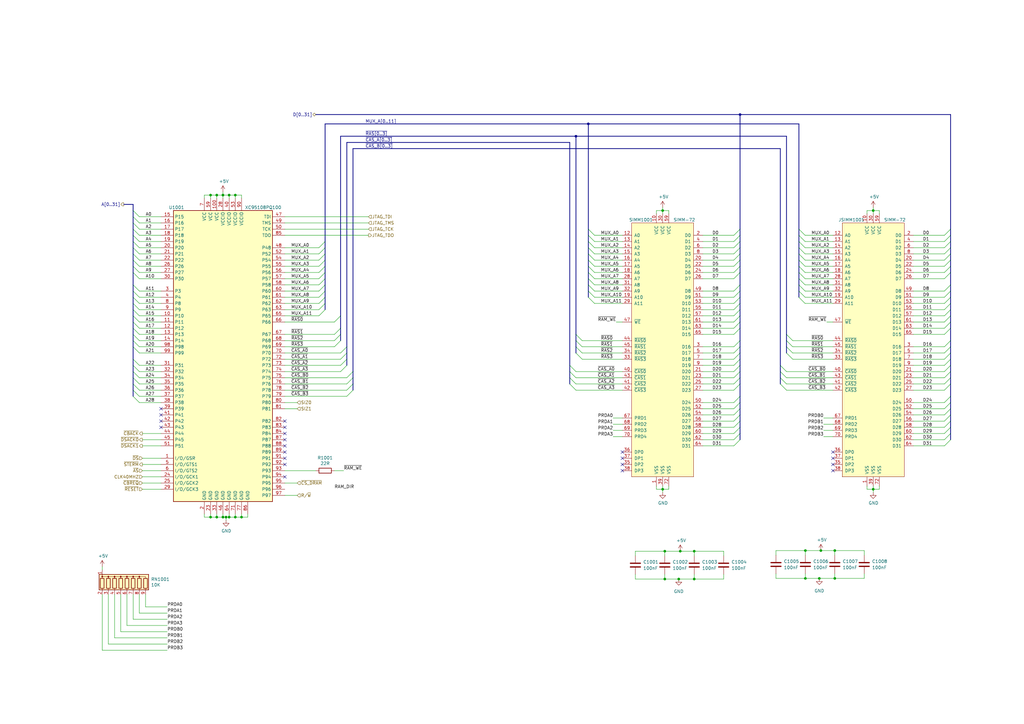
<source format=kicad_sch>
(kicad_sch (version 20211123) (generator eeschema)
  (paper "A3")
  (title_block (title "Y Ddraig Fawr") (company "Stephen Moody"))
  (junction (at 88.9 80.01))
  (junction (at 342.392 237.236))
  (junction (at 271.78 200.66))
  (junction (at 284.734 226.06))
  (junction (at 96.52 212.09))
  (junction (at 88.9 212.09))
  (junction (at 93.98 212.09))
  (junction (at 91.44 80.01))
  (junction (at 303.53 46.99))
  (junction (at 279.019 226.06))
  (junction (at 96.52 80.01))
  (junction (at 284.734 237.49))
  (junction (at 241.3 50.8))
  (junction (at 358.14 200.66))
  (junction (at 86.36 80.01))
  (junction (at 342.392 225.806))
  (junction (at 86.36 212.09))
  (junction (at 358.14 86.36))
  (junction (at 330.327 225.806))
  (junction (at 336.677 225.806))
  (junction (at 278.384 237.49))
  (junction (at 99.06 212.09))
  (junction (at 330.327 237.236))
  (junction (at 272.669 226.06))
  (junction (at 93.98 80.01))
  (junction (at 272.669 237.49))
  (junction (at 271.78 86.36))
  (junction (at 92.71 212.09))
  (junction (at 336.042 237.236))
  (junction (at 91.44 212.09))
  (junction (at 236.22 55.88))
  (no_connect (at 341.63 190.5))
  (no_connect (at 341.63 185.42))
  (no_connect (at 341.63 187.96))
  (no_connect (at 255.27 190.5))
  (no_connect (at 116.84 195.58))
  (no_connect (at 116.84 180.34))
  (no_connect (at 116.84 177.8))
  (no_connect (at 116.84 175.26))
  (no_connect (at 116.84 172.72))
  (no_connect (at 116.84 190.5))
  (no_connect (at 116.84 187.96))
  (no_connect (at 116.84 185.42))
  (no_connect (at 116.84 182.88))
  (no_connect (at 255.27 193.04))
  (no_connect (at 341.63 193.04))
  (no_connect (at 255.27 185.42))
  (no_connect (at 255.27 187.96))
  (no_connect (at 66.04 175.26))
  (no_connect (at 66.04 172.72))
  (no_connect (at 66.04 167.64))
  (no_connect (at 66.04 170.18))
  (bus_entry (at 133.35 119.38) (size -2.54 2.54))
  (bus_entry (at 303.53 177.8) (size -2.54 2.54))
  (bus_entry (at 133.35 124.46) (size -2.54 2.54))
  (bus_entry (at 133.35 114.3) (size -2.54 2.54))
  (bus_entry (at 133.35 127) (size -2.54 2.54))
  (bus_entry (at 144.78 154.94) (size -2.54 2.54))
  (bus_entry (at 327.66 99.06) (size 2.54 2.54))
  (bus_entry (at 320.04 154.94) (size 2.54 2.54))
  (bus_entry (at 389.89 157.48) (size -2.54 2.54))
  (bus_entry (at 320.04 149.86) (size 2.54 2.54))
  (bus_entry (at 303.53 175.26) (size -2.54 2.54))
  (bus_entry (at 236.22 137.16) (size 2.54 2.54))
  (bus_entry (at 54.61 139.7) (size 2.54 2.54))
  (bus_entry (at 54.61 154.94) (size 2.54 2.54))
  (bus_entry (at 327.66 119.38) (size 2.54 2.54))
  (bus_entry (at 241.3 99.06) (size 2.54 2.54))
  (bus_entry (at 389.89 101.6) (size -2.54 2.54))
  (bus_entry (at 303.53 142.24) (size -2.54 2.54))
  (bus_entry (at 241.3 101.6) (size 2.54 2.54))
  (bus_entry (at 389.89 154.94) (size -2.54 2.54))
  (bus_entry (at 389.89 149.86) (size -2.54 2.54))
  (bus_entry (at 144.78 152.4) (size -2.54 2.54))
  (bus_entry (at 303.53 127) (size -2.54 2.54))
  (bus_entry (at 54.61 147.32) (size 2.54 2.54))
  (bus_entry (at 389.89 132.08) (size -2.54 2.54))
  (bus_entry (at 54.61 91.44) (size 2.54 2.54))
  (bus_entry (at 303.53 99.06) (size -2.54 2.54))
  (bus_entry (at 303.53 109.22) (size -2.54 2.54))
  (bus_entry (at 139.7 134.62) (size -2.54 2.54))
  (bus_entry (at 389.89 111.76) (size -2.54 2.54))
  (bus_entry (at 389.89 96.52) (size -2.54 2.54))
  (bus_entry (at 303.53 96.52) (size -2.54 2.54))
  (bus_entry (at 389.89 142.24) (size -2.54 2.54))
  (bus_entry (at 54.61 99.06) (size 2.54 2.54))
  (bus_entry (at 327.66 109.22) (size 2.54 2.54))
  (bus_entry (at 303.53 172.72) (size -2.54 2.54))
  (bus_entry (at 303.53 162.56) (size -2.54 2.54))
  (bus_entry (at 54.61 152.4) (size 2.54 2.54))
  (bus_entry (at 322.58 142.24) (size 2.54 2.54))
  (bus_entry (at 389.89 129.54) (size -2.54 2.54))
  (bus_entry (at 54.61 86.36) (size 2.54 2.54))
  (bus_entry (at 303.53 111.76) (size -2.54 2.54))
  (bus_entry (at 389.89 162.56) (size -2.54 2.54))
  (bus_entry (at 327.66 111.76) (size 2.54 2.54))
  (bus_entry (at 54.61 124.46) (size 2.54 2.54))
  (bus_entry (at 54.61 121.92) (size 2.54 2.54))
  (bus_entry (at 142.24 144.78) (size -2.54 2.54))
  (bus_entry (at 389.89 139.7) (size -2.54 2.54))
  (bus_entry (at 139.7 139.7) (size -2.54 2.54))
  (bus_entry (at 54.61 106.68) (size 2.54 2.54))
  (bus_entry (at 241.3 111.76) (size 2.54 2.54))
  (bus_entry (at 303.53 134.62) (size -2.54 2.54))
  (bus_entry (at 389.89 116.84) (size -2.54 2.54))
  (bus_entry (at 54.61 104.14) (size 2.54 2.54))
  (bus_entry (at 54.61 109.22) (size 2.54 2.54))
  (bus_entry (at 389.89 180.34) (size -2.54 2.54))
  (bus_entry (at 144.78 157.48) (size -2.54 2.54))
  (bus_entry (at 389.89 93.98) (size -2.54 2.54))
  (bus_entry (at 327.66 93.98) (size 2.54 2.54))
  (bus_entry (at 54.61 160.02) (size 2.54 2.54))
  (bus_entry (at 389.89 167.64) (size -2.54 2.54))
  (bus_entry (at 241.3 121.92) (size 2.54 2.54))
  (bus_entry (at 54.61 137.16) (size 2.54 2.54))
  (bus_entry (at 54.61 157.48) (size 2.54 2.54))
  (bus_entry (at 241.3 119.38) (size 2.54 2.54))
  (bus_entry (at 142.24 142.24) (size -2.54 2.54))
  (bus_entry (at 54.61 93.98) (size 2.54 2.54))
  (bus_entry (at 327.66 114.3) (size 2.54 2.54))
  (bus_entry (at 144.78 160.02) (size -2.54 2.54))
  (bus_entry (at 236.22 142.24) (size 2.54 2.54))
  (bus_entry (at 303.53 132.08) (size -2.54 2.54))
  (bus_entry (at 303.53 152.4) (size -2.54 2.54))
  (bus_entry (at 241.3 104.14) (size 2.54 2.54))
  (bus_entry (at 303.53 180.34) (size -2.54 2.54))
  (bus_entry (at 133.35 121.92) (size -2.54 2.54))
  (bus_entry (at 133.35 106.68) (size -2.54 2.54))
  (bus_entry (at 54.61 149.86) (size 2.54 2.54))
  (bus_entry (at 54.61 101.6) (size 2.54 2.54))
  (bus_entry (at 389.89 124.46) (size -2.54 2.54))
  (bus_entry (at 133.35 104.14) (size -2.54 2.54))
  (bus_entry (at 389.89 152.4) (size -2.54 2.54))
  (bus_entry (at 54.61 111.76) (size 2.54 2.54))
  (bus_entry (at 303.53 106.68) (size -2.54 2.54))
  (bus_entry (at 139.7 129.54) (size -2.54 2.54))
  (bus_entry (at 303.53 93.98) (size -2.54 2.54))
  (bus_entry (at 389.89 119.38) (size -2.54 2.54))
  (bus_entry (at 327.66 106.68) (size 2.54 2.54))
  (bus_entry (at 241.3 96.52) (size 2.54 2.54))
  (bus_entry (at 133.35 109.22) (size -2.54 2.54))
  (bus_entry (at 303.53 170.18) (size -2.54 2.54))
  (bus_entry (at 139.7 137.16) (size -2.54 2.54))
  (bus_entry (at 389.89 121.92) (size -2.54 2.54))
  (bus_entry (at 236.22 139.7) (size 2.54 2.54))
  (bus_entry (at 241.3 114.3) (size 2.54 2.54))
  (bus_entry (at 389.89 106.68) (size -2.54 2.54))
  (bus_entry (at 54.61 129.54) (size 2.54 2.54))
  (bus_entry (at 233.68 152.4) (size 2.54 2.54))
  (bus_entry (at 233.68 157.48) (size 2.54 2.54))
  (bus_entry (at 389.89 99.06) (size -2.54 2.54))
  (bus_entry (at 389.89 134.62) (size -2.54 2.54))
  (bus_entry (at 233.68 154.94) (size 2.54 2.54))
  (bus_entry (at 389.89 147.32) (size -2.54 2.54))
  (bus_entry (at 54.61 88.9) (size 2.54 2.54))
  (bus_entry (at 303.53 121.92) (size -2.54 2.54))
  (bus_entry (at 303.53 101.6) (size -2.54 2.54))
  (bus_entry (at 54.61 119.38) (size 2.54 2.54))
  (bus_entry (at 236.22 144.78) (size 2.54 2.54))
  (bus_entry (at 54.61 96.52) (size 2.54 2.54))
  (bus_entry (at 303.53 119.38) (size -2.54 2.54))
  (bus_entry (at 54.61 162.56) (size 2.54 2.54))
  (bus_entry (at 241.3 109.22) (size 2.54 2.54))
  (bus_entry (at 54.61 132.08) (size 2.54 2.54))
  (bus_entry (at 389.89 170.18) (size -2.54 2.54))
  (bus_entry (at 389.89 104.14) (size -2.54 2.54))
  (bus_entry (at 389.89 177.8) (size -2.54 2.54))
  (bus_entry (at 142.24 147.32) (size -2.54 2.54))
  (bus_entry (at 303.53 154.94) (size -2.54 2.54))
  (bus_entry (at 327.66 96.52) (size 2.54 2.54))
  (bus_entry (at 303.53 104.14) (size -2.54 2.54))
  (bus_entry (at 389.89 175.26) (size -2.54 2.54))
  (bus_entry (at 303.53 147.32) (size -2.54 2.54))
  (bus_entry (at 320.04 157.48) (size 2.54 2.54))
  (bus_entry (at 320.04 152.4) (size 2.54 2.54))
  (bus_entry (at 133.35 101.6) (size -2.54 2.54))
  (bus_entry (at 303.53 149.86) (size -2.54 2.54))
  (bus_entry (at 241.3 106.68) (size 2.54 2.54))
  (bus_entry (at 389.89 165.1) (size -2.54 2.54))
  (bus_entry (at 389.89 109.22) (size -2.54 2.54))
  (bus_entry (at 389.89 172.72) (size -2.54 2.54))
  (bus_entry (at 241.3 116.84) (size 2.54 2.54))
  (bus_entry (at 54.61 127) (size 2.54 2.54))
  (bus_entry (at 233.68 149.86) (size 2.54 2.54))
  (bus_entry (at 133.35 111.76) (size -2.54 2.54))
  (bus_entry (at 322.58 137.16) (size 2.54 2.54))
  (bus_entry (at 303.53 167.64) (size -2.54 2.54))
  (bus_entry (at 389.89 144.78) (size -2.54 2.54))
  (bus_entry (at 142.24 149.86) (size -2.54 2.54))
  (bus_entry (at 389.89 127) (size -2.54 2.54))
  (bus_entry (at 327.66 104.14) (size 2.54 2.54))
  (bus_entry (at 327.66 121.92) (size 2.54 2.54))
  (bus_entry (at 303.53 139.7) (size -2.54 2.54))
  (bus_entry (at 133.35 116.84) (size -2.54 2.54))
  (bus_entry (at 303.53 124.46) (size -2.54 2.54))
  (bus_entry (at 54.61 134.62) (size 2.54 2.54))
  (bus_entry (at 322.58 144.78) (size 2.54 2.54))
  (bus_entry (at 303.53 144.78) (size -2.54 2.54))
  (bus_entry (at 303.53 129.54) (size -2.54 2.54))
  (bus_entry (at 133.35 99.06) (size -2.54 2.54))
  (bus_entry (at 322.58 139.7) (size 2.54 2.54))
  (bus_entry (at 303.53 165.1) (size -2.54 2.54))
  (bus_entry (at 54.61 142.24) (size 2.54 2.54))
  (bus_entry (at 303.53 116.84) (size -2.54 2.54))
  (bus_entry (at 241.3 93.98) (size 2.54 2.54))
  (bus_entry (at 327.66 101.6) (size 2.54 2.54))
  (bus_entry (at 54.61 116.84) (size 2.54 2.54))
  (bus_entry (at 303.53 157.48) (size -2.54 2.54))
  (bus_entry (at 327.66 116.84) (size 2.54 2.54))
  (wire (pts (xy 238.76 147.32) (xy 255.27 147.32)))
  (wire (pts (xy 58.42 195.58) (xy 66.04 195.58)))
  (wire (pts (xy 296.799 226.06) (xy 296.799 227.965)))
  (bus (pts (xy 303.53 46.99) (xy 303.53 93.98)))
  (wire (pts (xy 322.58 160.02) (xy 341.63 160.02)))
  (wire (pts (xy 330.2 101.6) (xy 341.63 101.6)))
  (bus (pts (xy 320.04 149.86) (xy 320.04 152.4)))
  (wire (pts (xy 93.98 210.82) (xy 93.98 212.09)))
  (wire (pts (xy 342.392 237.236) (xy 354.457 237.236)))
  (bus (pts (xy 303.53 129.54) (xy 303.53 132.08)))
  (bus (pts (xy 129.54 46.99) (xy 303.53 46.99)))
  (bus (pts (xy 54.61 132.08) (xy 54.61 134.62)))
  (bus (pts (xy 54.61 139.7) (xy 54.61 142.24)))
  (wire (pts (xy 93.98 80.01) (xy 96.52 80.01)))
  (bus (pts (xy 389.89 96.52) (xy 389.89 99.06)))
  (wire (pts (xy 271.78 86.36) (xy 271.78 85.09)))
  (wire (pts (xy 116.84 157.48) (xy 142.24 157.48)))
  (wire (pts (xy 374.65 137.16) (xy 387.35 137.16)))
  (wire (pts (xy 116.84 132.08) (xy 137.16 132.08)))
  (wire (pts (xy 374.65 160.02) (xy 387.35 160.02)))
  (bus (pts (xy 241.3 106.68) (xy 241.3 109.22)))
  (wire (pts (xy 58.42 180.34) (xy 66.04 180.34)))
  (wire (pts (xy 288.29 127) (xy 300.99 127)))
  (bus (pts (xy 142.24 142.24) (xy 142.24 144.78)))
  (wire (pts (xy 58.42 190.5) (xy 66.04 190.5)))
  (wire (pts (xy 279.019 226.06) (xy 284.734 226.06)))
  (bus (pts (xy 303.53 144.78) (xy 303.53 147.32)))
  (wire (pts (xy 288.29 106.68) (xy 300.99 106.68)))
  (bus (pts (xy 144.78 60.96) (xy 320.04 60.96)))
  (wire (pts (xy 151.13 88.9) (xy 116.84 88.9)))
  (wire (pts (xy 116.84 114.3) (xy 130.81 114.3)))
  (wire (pts (xy 374.65 111.76) (xy 387.35 111.76)))
  (wire (pts (xy 116.84 162.56) (xy 142.24 162.56)))
  (wire (pts (xy 96.52 212.09) (xy 99.06 212.09)))
  (wire (pts (xy 52.07 256.54) (xy 52.07 243.84)))
  (bus (pts (xy 389.89 111.76) (xy 389.89 116.84)))
  (wire (pts (xy 251.46 171.45) (xy 255.27 171.45)))
  (wire (pts (xy 83.82 81.28) (xy 83.82 80.01)))
  (wire (pts (xy 330.327 225.806) (xy 336.677 225.806)))
  (wire (pts (xy 151.13 96.52) (xy 116.84 96.52)))
  (wire (pts (xy 251.46 179.07) (xy 255.27 179.07)))
  (bus (pts (xy 389.89 116.84) (xy 389.89 119.38)))
  (wire (pts (xy 44.45 264.16) (xy 68.58 264.16)))
  (wire (pts (xy 91.44 81.28) (xy 91.44 80.01)))
  (wire (pts (xy 288.29 175.26) (xy 300.99 175.26)))
  (wire (pts (xy 57.15 144.78) (xy 66.04 144.78)))
  (bus (pts (xy 327.66 109.22) (xy 327.66 111.76)))
  (wire (pts (xy 57.15 91.44) (xy 66.04 91.44)))
  (bus (pts (xy 389.89 93.98) (xy 389.89 96.52)))
  (bus (pts (xy 54.61 127) (xy 54.61 129.54)))
  (wire (pts (xy 101.6 212.09) (xy 101.6 210.82)))
  (bus (pts (xy 389.89 152.4) (xy 389.89 154.94)))
  (wire (pts (xy 278.384 237.49) (xy 284.734 237.49)))
  (wire (pts (xy 99.06 212.09) (xy 101.6 212.09)))
  (wire (pts (xy 358.14 200.66) (xy 358.14 201.93)))
  (wire (pts (xy 92.71 213.36) (xy 92.71 212.09)))
  (bus (pts (xy 389.89 109.22) (xy 389.89 111.76)))
  (bus (pts (xy 327.66 111.76) (xy 327.66 114.3)))
  (bus (pts (xy 54.61 121.92) (xy 54.61 124.46)))
  (wire (pts (xy 86.36 80.01) (xy 88.9 80.01)))
  (wire (pts (xy 88.9 212.09) (xy 88.9 210.82)))
  (bus (pts (xy 133.35 106.68) (xy 133.35 109.22)))
  (wire (pts (xy 116.84 147.32) (xy 139.7 147.32)))
  (wire (pts (xy 337.82 179.07) (xy 341.63 179.07)))
  (bus (pts (xy 233.68 58.42) (xy 233.68 149.86)))
  (bus (pts (xy 320.04 60.96) (xy 320.04 149.86)))
  (bus (pts (xy 139.7 134.62) (xy 139.7 137.16)))
  (wire (pts (xy 374.65 167.64) (xy 387.35 167.64)))
  (bus (pts (xy 236.22 55.88) (xy 236.22 137.16)))
  (bus (pts (xy 241.3 114.3) (xy 241.3 116.84)))
  (wire (pts (xy 339.09 132.08) (xy 341.63 132.08)))
  (bus (pts (xy 241.3 109.22) (xy 241.3 111.76)))
  (bus (pts (xy 389.89 147.32) (xy 389.89 149.86)))
  (wire (pts (xy 374.65 101.6) (xy 387.35 101.6)))
  (wire (pts (xy 358.14 87.63) (xy 358.14 86.36)))
  (wire (pts (xy 284.734 237.49) (xy 296.799 237.49)))
  (wire (pts (xy 251.46 176.53) (xy 255.27 176.53)))
  (wire (pts (xy 288.29 137.16) (xy 300.99 137.16)))
  (bus (pts (xy 389.89 165.1) (xy 389.89 167.64)))
  (wire (pts (xy 271.78 87.63) (xy 271.78 86.36)))
  (wire (pts (xy 57.15 160.02) (xy 66.04 160.02)))
  (bus (pts (xy 389.89 121.92) (xy 389.89 124.46)))
  (bus (pts (xy 54.61 106.68) (xy 54.61 109.22)))
  (bus (pts (xy 389.89 99.06) (xy 389.89 101.6)))
  (wire (pts (xy 54.61 254) (xy 68.58 254)))
  (bus (pts (xy 144.78 60.96) (xy 144.78 152.4)))
  (bus (pts (xy 241.3 116.84) (xy 241.3 119.38)))
  (bus (pts (xy 241.3 96.52) (xy 241.3 99.06)))
  (bus (pts (xy 241.3 99.06) (xy 241.3 101.6)))
  (wire (pts (xy 288.29 157.48) (xy 300.99 157.48)))
  (wire (pts (xy 41.91 232.41) (xy 41.91 233.68)))
  (wire (pts (xy 271.78 86.36) (xy 274.32 86.36)))
  (bus (pts (xy 54.61 96.52) (xy 54.61 99.06)))
  (wire (pts (xy 342.392 225.806) (xy 354.457 225.806)))
  (bus (pts (xy 303.53 109.22) (xy 303.53 111.76)))
  (wire (pts (xy 57.15 106.68) (xy 66.04 106.68)))
  (wire (pts (xy 271.78 200.66) (xy 271.78 201.93)))
  (wire (pts (xy 288.29 165.1) (xy 300.99 165.1)))
  (bus (pts (xy 133.35 124.46) (xy 133.35 127)))
  (wire (pts (xy 116.84 160.02) (xy 142.24 160.02)))
  (wire (pts (xy 341.63 99.06) (xy 330.2 99.06)))
  (bus (pts (xy 54.61 157.48) (xy 54.61 160.02)))
  (wire (pts (xy 93.98 212.09) (xy 96.52 212.09)))
  (wire (pts (xy 57.15 157.48) (xy 66.04 157.48)))
  (bus (pts (xy 133.35 119.38) (xy 133.35 121.92)))
  (bus (pts (xy 389.89 124.46) (xy 389.89 127)))
  (wire (pts (xy 374.65 132.08) (xy 387.35 132.08)))
  (bus (pts (xy 303.53 177.8) (xy 303.53 180.34)))
  (wire (pts (xy 83.82 80.01) (xy 86.36 80.01)))
  (bus (pts (xy 144.78 157.48) (xy 144.78 160.02)))
  (wire (pts (xy 325.12 147.32) (xy 341.63 147.32)))
  (wire (pts (xy 374.65 165.1) (xy 387.35 165.1)))
  (wire (pts (xy 284.734 226.06) (xy 284.734 227.965)))
  (wire (pts (xy 91.44 212.09) (xy 92.71 212.09)))
  (wire (pts (xy 374.65 172.72) (xy 387.35 172.72)))
  (wire (pts (xy 288.29 104.14) (xy 300.99 104.14)))
  (bus (pts (xy 303.53 99.06) (xy 303.53 101.6)))
  (bus (pts (xy 389.89 132.08) (xy 389.89 134.62)))
  (wire (pts (xy 137.16 193.04) (xy 140.97 193.04)))
  (wire (pts (xy 288.29 99.06) (xy 300.99 99.06)))
  (wire (pts (xy 236.22 160.02) (xy 255.27 160.02)))
  (bus (pts (xy 241.3 104.14) (xy 241.3 106.68)))
  (wire (pts (xy 330.2 96.52) (xy 341.63 96.52)))
  (wire (pts (xy 255.27 99.06) (xy 243.84 99.06)))
  (wire (pts (xy 57.15 132.08) (xy 66.04 132.08)))
  (wire (pts (xy 271.78 199.39) (xy 271.78 200.66)))
  (wire (pts (xy 116.84 109.22) (xy 130.81 109.22)))
  (wire (pts (xy 274.32 86.36) (xy 274.32 87.63)))
  (wire (pts (xy 272.669 237.49) (xy 278.384 237.49)))
  (bus (pts (xy 241.3 111.76) (xy 241.3 114.3)))
  (wire (pts (xy 96.52 210.82) (xy 96.52 212.09)))
  (wire (pts (xy 336.677 225.806) (xy 342.392 225.806)))
  (bus (pts (xy 54.61 83.82) (xy 54.61 86.36)))
  (wire (pts (xy 288.29 96.52) (xy 300.99 96.52)))
  (wire (pts (xy 116.84 119.38) (xy 130.81 119.38)))
  (wire (pts (xy 54.61 254) (xy 54.61 243.84)))
  (bus (pts (xy 54.61 83.82) (xy 50.8 83.82)))
  (bus (pts (xy 142.24 147.32) (xy 142.24 149.86)))
  (wire (pts (xy 57.15 93.98) (xy 66.04 93.98)))
  (wire (pts (xy 260.604 235.585) (xy 260.604 237.49)))
  (bus (pts (xy 327.66 101.6) (xy 327.66 104.14)))
  (wire (pts (xy 318.262 227.711) (xy 318.262 225.806)))
  (wire (pts (xy 374.65 149.86) (xy 387.35 149.86)))
  (bus (pts (xy 54.61 111.76) (xy 54.61 116.84)))
  (wire (pts (xy 68.58 256.54) (xy 52.07 256.54)))
  (wire (pts (xy 358.14 200.66) (xy 360.68 200.66)))
  (wire (pts (xy 49.53 243.84) (xy 49.53 259.08)))
  (bus (pts (xy 54.61 86.36) (xy 54.61 88.9)))
  (wire (pts (xy 83.82 212.09) (xy 86.36 212.09)))
  (wire (pts (xy 255.27 124.46) (xy 243.84 124.46)))
  (bus (pts (xy 139.7 137.16) (xy 139.7 139.7)))
  (wire (pts (xy 374.65 134.62) (xy 387.35 134.62)))
  (wire (pts (xy 116.84 142.24) (xy 137.16 142.24)))
  (wire (pts (xy 355.6 87.63) (xy 355.6 86.36)))
  (wire (pts (xy 260.604 226.06) (xy 272.669 226.06)))
  (bus (pts (xy 133.35 104.14) (xy 133.35 106.68)))
  (wire (pts (xy 288.29 109.22) (xy 300.99 109.22)))
  (wire (pts (xy 243.84 116.84) (xy 255.27 116.84)))
  (bus (pts (xy 303.53 147.32) (xy 303.53 149.86)))
  (bus (pts (xy 389.89 129.54) (xy 389.89 132.08)))
  (bus (pts (xy 327.66 114.3) (xy 327.66 116.84)))
  (bus (pts (xy 322.58 142.24) (xy 322.58 144.78)))
  (wire (pts (xy 288.29 119.38) (xy 300.99 119.38)))
  (wire (pts (xy 374.65 114.3) (xy 387.35 114.3)))
  (bus (pts (xy 133.35 116.84) (xy 133.35 119.38)))
  (wire (pts (xy 341.63 119.38) (xy 330.2 119.38)))
  (wire (pts (xy 374.65 127) (xy 387.35 127)))
  (wire (pts (xy 41.91 266.7) (xy 41.91 243.84)))
  (wire (pts (xy 272.669 226.06) (xy 279.019 226.06)))
  (wire (pts (xy 255.27 109.22) (xy 243.84 109.22)))
  (bus (pts (xy 236.22 142.24) (xy 236.22 144.78)))
  (wire (pts (xy 236.22 154.94) (xy 255.27 154.94)))
  (wire (pts (xy 44.45 243.84) (xy 44.45 264.16)))
  (bus (pts (xy 241.3 119.38) (xy 241.3 121.92)))
  (wire (pts (xy 374.65 175.26) (xy 387.35 175.26)))
  (wire (pts (xy 296.799 237.49) (xy 296.799 235.585)))
  (wire (pts (xy 330.2 111.76) (xy 341.63 111.76)))
  (bus (pts (xy 389.89 144.78) (xy 389.89 147.32)))
  (wire (pts (xy 130.81 121.92) (xy 116.84 121.92)))
  (wire (pts (xy 116.84 137.16) (xy 137.16 137.16)))
  (wire (pts (xy 342.392 235.331) (xy 342.392 237.236)))
  (bus (pts (xy 322.58 137.16) (xy 322.58 139.7)))
  (wire (pts (xy 342.392 225.806) (xy 342.392 227.711)))
  (wire (pts (xy 374.65 109.22) (xy 387.35 109.22)))
  (wire (pts (xy 68.58 261.62) (xy 46.99 261.62)))
  (wire (pts (xy 68.58 266.7) (xy 41.91 266.7)))
  (bus (pts (xy 233.68 154.94) (xy 233.68 157.48)))
  (bus (pts (xy 54.61 147.32) (xy 54.61 149.86)))
  (wire (pts (xy 57.15 104.14) (xy 66.04 104.14)))
  (wire (pts (xy 354.457 237.236) (xy 354.457 235.331)))
  (wire (pts (xy 116.84 193.04) (xy 129.54 193.04)))
  (bus (pts (xy 54.61 109.22) (xy 54.61 111.76)))
  (bus (pts (xy 241.3 93.98) (xy 241.3 96.52)))
  (wire (pts (xy 57.15 152.4) (xy 66.04 152.4)))
  (bus (pts (xy 303.53 46.99) (xy 389.89 46.99)))
  (bus (pts (xy 54.61 104.14) (xy 54.61 106.68)))
  (wire (pts (xy 288.29 111.76) (xy 300.99 111.76)))
  (bus (pts (xy 389.89 106.68) (xy 389.89 109.22)))
  (bus (pts (xy 389.89 134.62) (xy 389.89 139.7)))
  (wire (pts (xy 374.65 182.88) (xy 387.35 182.88)))
  (bus (pts (xy 54.61 154.94) (xy 54.61 157.48)))
  (bus (pts (xy 389.89 149.86) (xy 389.89 152.4)))
  (bus (pts (xy 144.78 154.94) (xy 144.78 157.48)))
  (wire (pts (xy 260.604 227.965) (xy 260.604 226.06)))
  (wire (pts (xy 96.52 81.28) (xy 96.52 80.01)))
  (wire (pts (xy 374.65 104.14) (xy 387.35 104.14)))
  (wire (pts (xy 57.15 154.94) (xy 66.04 154.94)))
  (wire (pts (xy 57.15 165.1) (xy 66.04 165.1)))
  (bus (pts (xy 241.3 50.8) (xy 327.66 50.8)))
  (wire (pts (xy 252.73 132.08) (xy 255.27 132.08)))
  (wire (pts (xy 58.42 198.12) (xy 66.04 198.12)))
  (wire (pts (xy 243.84 96.52) (xy 255.27 96.52)))
  (wire (pts (xy 337.82 171.45) (xy 341.63 171.45)))
  (bus (pts (xy 303.53 127) (xy 303.53 129.54)))
  (wire (pts (xy 325.12 142.24) (xy 341.63 142.24)))
  (wire (pts (xy 57.15 251.46) (xy 57.15 243.84)))
  (wire (pts (xy 288.29 154.94) (xy 300.99 154.94)))
  (bus (pts (xy 133.35 101.6) (xy 133.35 104.14)))
  (bus (pts (xy 303.53 165.1) (xy 303.53 167.64)))
  (bus (pts (xy 327.66 116.84) (xy 327.66 119.38)))
  (bus (pts (xy 303.53 119.38) (xy 303.53 121.92)))
  (wire (pts (xy 337.82 173.99) (xy 341.63 173.99)))
  (wire (pts (xy 322.58 152.4) (xy 341.63 152.4)))
  (wire (pts (xy 68.58 251.46) (xy 57.15 251.46)))
  (wire (pts (xy 374.65 119.38) (xy 387.35 119.38)))
  (bus (pts (xy 139.7 129.54) (xy 139.7 134.62)))
  (wire (pts (xy 255.27 114.3) (xy 243.84 114.3)))
  (wire (pts (xy 59.69 243.84) (xy 59.69 248.92)))
  (bus (pts (xy 303.53 101.6) (xy 303.53 104.14)))
  (wire (pts (xy 57.15 121.92) (xy 66.04 121.92)))
  (wire (pts (xy 288.29 121.92) (xy 300.99 121.92)))
  (bus (pts (xy 303.53 132.08) (xy 303.53 134.62)))
  (wire (pts (xy 360.68 200.66) (xy 360.68 199.39)))
  (wire (pts (xy 58.42 177.8) (xy 66.04 177.8)))
  (bus (pts (xy 320.04 152.4) (xy 320.04 154.94)))
  (wire (pts (xy 88.9 212.09) (xy 91.44 212.09)))
  (wire (pts (xy 57.15 99.06) (xy 66.04 99.06)))
  (wire (pts (xy 57.15 101.6) (xy 66.04 101.6)))
  (wire (pts (xy 99.06 210.82) (xy 99.06 212.09)))
  (bus (pts (xy 54.61 129.54) (xy 54.61 132.08)))
  (wire (pts (xy 272.669 226.06) (xy 272.669 227.965)))
  (wire (pts (xy 121.92 165.1) (xy 116.84 165.1)))
  (wire (pts (xy 269.24 87.63) (xy 269.24 86.36)))
  (wire (pts (xy 57.15 129.54) (xy 66.04 129.54)))
  (bus (pts (xy 233.68 149.86) (xy 233.68 152.4)))
  (wire (pts (xy 318.262 237.236) (xy 330.327 237.236)))
  (bus (pts (xy 54.61 88.9) (xy 54.61 91.44)))
  (wire (pts (xy 91.44 80.01) (xy 93.98 80.01)))
  (wire (pts (xy 288.29 132.08) (xy 300.99 132.08)))
  (bus (pts (xy 389.89 104.14) (xy 389.89 106.68)))
  (wire (pts (xy 83.82 210.82) (xy 83.82 212.09)))
  (wire (pts (xy 255.27 104.14) (xy 243.84 104.14)))
  (bus (pts (xy 389.89 154.94) (xy 389.89 157.48)))
  (wire (pts (xy 322.58 157.48) (xy 341.63 157.48)))
  (wire (pts (xy 374.65 170.18) (xy 387.35 170.18)))
  (bus (pts (xy 241.3 50.8) (xy 241.3 93.98)))
  (wire (pts (xy 272.669 235.585) (xy 272.669 237.49)))
  (wire (pts (xy 271.78 200.66) (xy 274.32 200.66)))
  (bus (pts (xy 389.89 167.64) (xy 389.89 170.18)))
  (wire (pts (xy 57.15 137.16) (xy 66.04 137.16)))
  (bus (pts (xy 236.22 137.16) (xy 236.22 139.7)))
  (wire (pts (xy 58.42 182.88) (xy 66.04 182.88)))
  (wire (pts (xy 49.53 259.08) (xy 68.58 259.08)))
  (wire (pts (xy 374.65 152.4) (xy 387.35 152.4)))
  (bus (pts (xy 303.53 124.46) (xy 303.53 127)))
  (bus (pts (xy 327.66 104.14) (xy 327.66 106.68)))
  (wire (pts (xy 86.36 212.09) (xy 88.9 212.09)))
  (wire (pts (xy 318.262 225.806) (xy 330.327 225.806)))
  (wire (pts (xy 330.327 225.806) (xy 330.327 227.711)))
  (bus (pts (xy 327.66 50.8) (xy 327.66 93.98)))
  (bus (pts (xy 54.61 91.44) (xy 54.61 93.98)))
  (wire (pts (xy 336.042 237.236) (xy 342.392 237.236)))
  (wire (pts (xy 288.29 177.8) (xy 300.99 177.8)))
  (bus (pts (xy 133.35 109.22) (xy 133.35 111.76)))
  (bus (pts (xy 303.53 149.86) (xy 303.53 152.4)))
  (bus (pts (xy 303.53 152.4) (xy 303.53 154.94)))
  (wire (pts (xy 57.15 127) (xy 66.04 127)))
  (wire (pts (xy 288.29 101.6) (xy 300.99 101.6)))
  (wire (pts (xy 330.327 235.331) (xy 330.327 237.236)))
  (bus (pts (xy 133.35 114.3) (xy 133.35 116.84)))
  (wire (pts (xy 288.29 180.34) (xy 300.99 180.34)))
  (bus (pts (xy 54.61 101.6) (xy 54.61 104.14)))
  (wire (pts (xy 288.29 172.72) (xy 300.99 172.72)))
  (bus (pts (xy 303.53 157.48) (xy 303.53 162.56)))
  (wire (pts (xy 330.327 237.236) (xy 336.042 237.236)))
  (wire (pts (xy 116.84 152.4) (xy 139.7 152.4)))
  (wire (pts (xy 238.76 142.24) (xy 255.27 142.24)))
  (bus (pts (xy 139.7 55.88) (xy 139.7 129.54)))
  (wire (pts (xy 59.69 248.92) (xy 68.58 248.92)))
  (wire (pts (xy 57.15 139.7) (xy 66.04 139.7)))
  (wire (pts (xy 374.65 124.46) (xy 387.35 124.46)))
  (wire (pts (xy 355.6 86.36) (xy 358.14 86.36)))
  (wire (pts (xy 57.15 96.52) (xy 66.04 96.52)))
  (wire (pts (xy 288.29 160.02) (xy 300.99 160.02)))
  (bus (pts (xy 236.22 55.88) (xy 322.58 55.88)))
  (wire (pts (xy 355.6 199.39) (xy 355.6 200.66)))
  (bus (pts (xy 389.89 172.72) (xy 389.89 175.26)))
  (bus (pts (xy 322.58 55.88) (xy 322.58 137.16)))
  (bus (pts (xy 303.53 170.18) (xy 303.53 172.72)))
  (bus (pts (xy 327.66 99.06) (xy 327.66 101.6)))
  (wire (pts (xy 269.24 199.39) (xy 269.24 200.66)))
  (wire (pts (xy 354.457 225.806) (xy 354.457 227.711)))
  (bus (pts (xy 54.61 124.46) (xy 54.61 127)))
  (wire (pts (xy 57.15 111.76) (xy 66.04 111.76)))
  (wire (pts (xy 288.29 114.3) (xy 300.99 114.3)))
  (wire (pts (xy 130.81 106.68) (xy 116.84 106.68)))
  (wire (pts (xy 88.9 81.28) (xy 88.9 80.01)))
  (bus (pts (xy 241.3 101.6) (xy 241.3 104.14)))
  (wire (pts (xy 88.9 80.01) (xy 91.44 80.01)))
  (wire (pts (xy 130.81 101.6) (xy 116.84 101.6)))
  (wire (pts (xy 243.84 101.6) (xy 255.27 101.6)))
  (wire (pts (xy 57.15 114.3) (xy 66.04 114.3)))
  (bus (pts (xy 327.66 106.68) (xy 327.66 109.22)))
  (bus (pts (xy 303.53 93.98) (xy 303.53 96.52)))
  (bus (pts (xy 54.61 160.02) (xy 54.61 162.56)))
  (bus (pts (xy 389.89 142.24) (xy 389.89 144.78)))
  (wire (pts (xy 341.63 114.3) (xy 330.2 114.3)))
  (wire (pts (xy 57.15 134.62) (xy 66.04 134.62)))
  (wire (pts (xy 374.65 144.78) (xy 387.35 144.78)))
  (wire (pts (xy 284.734 235.585) (xy 284.734 237.49)))
  (bus (pts (xy 142.24 58.42) (xy 233.68 58.42)))
  (bus (pts (xy 389.89 119.38) (xy 389.89 121.92)))
  (wire (pts (xy 374.65 129.54) (xy 387.35 129.54)))
  (wire (pts (xy 255.27 119.38) (xy 243.84 119.38)))
  (bus (pts (xy 303.53 162.56) (xy 303.53 165.1)))
  (wire (pts (xy 374.65 147.32) (xy 387.35 147.32)))
  (wire (pts (xy 57.15 88.9) (xy 66.04 88.9)))
  (bus (pts (xy 389.89 127) (xy 389.89 129.54)))
  (wire (pts (xy 374.65 99.06) (xy 387.35 99.06)))
  (bus (pts (xy 54.61 134.62) (xy 54.61 137.16)))
  (wire (pts (xy 57.15 119.38) (xy 66.04 119.38)))
  (bus (pts (xy 133.35 121.92) (xy 133.35 124.46)))
  (bus (pts (xy 54.61 116.84) (xy 54.61 119.38)))
  (bus (pts (xy 389.89 101.6) (xy 389.89 104.14)))
  (wire (pts (xy 116.84 104.14) (xy 130.81 104.14)))
  (bus (pts (xy 133.35 50.8) (xy 241.3 50.8)))
  (wire (pts (xy 57.15 142.24) (xy 66.04 142.24)))
  (bus (pts (xy 327.66 96.52) (xy 327.66 99.06)))
  (wire (pts (xy 116.84 203.2) (xy 121.92 203.2)))
  (bus (pts (xy 303.53 167.64) (xy 303.53 170.18)))
  (bus (pts (xy 139.7 55.88) (xy 236.22 55.88)))
  (wire (pts (xy 238.76 139.7) (xy 255.27 139.7)))
  (wire (pts (xy 238.76 144.78) (xy 255.27 144.78)))
  (wire (pts (xy 130.81 116.84) (xy 116.84 116.84)))
  (bus (pts (xy 389.89 177.8) (xy 389.89 180.34)))
  (bus (pts (xy 303.53 142.24) (xy 303.53 144.78)))
  (bus (pts (xy 389.89 162.56) (xy 389.89 165.1)))
  (bus (pts (xy 327.66 119.38) (xy 327.66 121.92)))
  (wire (pts (xy 57.15 124.46) (xy 66.04 124.46)))
  (bus (pts (xy 133.35 50.8) (xy 133.35 99.06)))
  (bus (pts (xy 144.78 152.4) (xy 144.78 154.94)))
  (wire (pts (xy 374.65 106.68) (xy 387.35 106.68)))
  (wire (pts (xy 86.36 210.82) (xy 86.36 212.09)))
  (bus (pts (xy 54.61 93.98) (xy 54.61 96.52)))
  (bus (pts (xy 54.61 152.4) (xy 54.61 154.94)))
  (bus (pts (xy 303.53 104.14) (xy 303.53 106.68)))
  (wire (pts (xy 99.06 80.01) (xy 99.06 81.28)))
  (wire (pts (xy 269.24 86.36) (xy 271.78 86.36)))
  (bus (pts (xy 303.53 111.76) (xy 303.53 116.84)))
  (wire (pts (xy 374.65 180.34) (xy 387.35 180.34)))
  (wire (pts (xy 116.84 129.54) (xy 130.81 129.54)))
  (wire (pts (xy 374.65 157.48) (xy 387.35 157.48)))
  (wire (pts (xy 58.42 200.66) (xy 66.04 200.66)))
  (wire (pts (xy 243.84 106.68) (xy 255.27 106.68)))
  (wire (pts (xy 288.29 167.64) (xy 300.99 167.64)))
  (wire (pts (xy 251.46 173.99) (xy 255.27 173.99)))
  (bus (pts (xy 389.89 46.99) (xy 389.89 93.98)))
  (wire (pts (xy 358.14 199.39) (xy 358.14 200.66)))
  (bus (pts (xy 303.53 121.92) (xy 303.53 124.46)))
  (wire (pts (xy 288.29 124.46) (xy 300.99 124.46)))
  (wire (pts (xy 374.65 142.24) (xy 387.35 142.24)))
  (wire (pts (xy 358.14 86.36) (xy 358.14 85.09)))
  (wire (pts (xy 91.44 78.74) (xy 91.44 80.01)))
  (wire (pts (xy 322.58 154.94) (xy 341.63 154.94)))
  (wire (pts (xy 330.2 106.68) (xy 341.63 106.68)))
  (bus (pts (xy 303.53 172.72) (xy 303.53 175.26)))
  (wire (pts (xy 57.15 162.56) (xy 66.04 162.56)))
  (bus (pts (xy 54.61 137.16) (xy 54.61 139.7)))
  (wire (pts (xy 121.92 198.12) (xy 116.84 198.12)))
  (wire (pts (xy 236.22 157.48) (xy 255.27 157.48)))
  (wire (pts (xy 58.42 187.96) (xy 66.04 187.96)))
  (wire (pts (xy 116.84 139.7) (xy 137.16 139.7)))
  (bus (pts (xy 389.89 170.18) (xy 389.89 172.72)))
  (wire (pts (xy 288.29 144.78) (xy 300.99 144.78)))
  (wire (pts (xy 116.84 167.64) (xy 121.92 167.64)))
  (wire (pts (xy 57.15 109.22) (xy 66.04 109.22)))
  (wire (pts (xy 288.29 129.54) (xy 300.99 129.54)))
  (wire (pts (xy 341.63 109.22) (xy 330.2 109.22)))
  (wire (pts (xy 330.2 116.84) (xy 341.63 116.84)))
  (wire (pts (xy 318.262 235.331) (xy 318.262 237.236)))
  (wire (pts (xy 274.32 200.66) (xy 274.32 199.39)))
  (wire (pts (xy 288.29 170.18) (xy 300.99 170.18)))
  (wire (pts (xy 360.68 86.36) (xy 360.68 87.63)))
  (bus (pts (xy 303.53 175.26) (xy 303.53 177.8)))
  (wire (pts (xy 91.44 210.82) (xy 91.44 212.09)))
  (wire (pts (xy 330.2 121.92) (xy 341.63 121.92)))
  (wire (pts (xy 284.734 226.06) (xy 296.799 226.06)))
  (wire (pts (xy 116.84 124.46) (xy 130.81 124.46)))
  (wire (pts (xy 374.65 96.52) (xy 387.35 96.52)))
  (bus (pts (xy 303.53 139.7) (xy 303.53 142.24)))
  (wire (pts (xy 116.84 149.86) (xy 139.7 149.86)))
  (wire (pts (xy 116.84 144.78) (xy 139.7 144.78)))
  (wire (pts (xy 341.63 104.14) (xy 330.2 104.14)))
  (wire (pts (xy 86.36 81.28) (xy 86.36 80.01)))
  (wire (pts (xy 374.65 177.8) (xy 387.35 177.8)))
  (bus (pts (xy 303.53 106.68) (xy 303.53 109.22)))
  (wire (pts (xy 93.98 81.28) (xy 93.98 80.01)))
  (bus (pts (xy 54.61 119.38) (xy 54.61 121.92)))
  (bus (pts (xy 54.61 142.24) (xy 54.61 147.32)))
  (wire (pts (xy 288.29 182.88) (xy 300.99 182.88)))
  (wire (pts (xy 288.29 142.24) (xy 300.99 142.24)))
  (wire (pts (xy 243.84 111.76) (xy 255.27 111.76)))
  (wire (pts (xy 325.12 139.7) (xy 341.63 139.7)))
  (wire (pts (xy 269.24 200.66) (xy 271.78 200.66)))
  (wire (pts (xy 151.13 93.98) (xy 116.84 93.98)))
  (wire (pts (xy 243.84 121.92) (xy 255.27 121.92)))
  (wire (pts (xy 151.13 91.44) (xy 116.84 91.44)))
  (wire (pts (xy 288.29 134.62) (xy 300.99 134.62)))
  (wire (pts (xy 358.14 86.36) (xy 360.68 86.36)))
  (bus (pts (xy 303.53 134.62) (xy 303.53 139.7)))
  (wire (pts (xy 374.65 121.92) (xy 387.35 121.92)))
  (bus (pts (xy 389.89 175.26) (xy 389.89 177.8)))
  (bus (pts (xy 142.24 144.78) (xy 142.24 147.32)))
  (bus (pts (xy 236.22 139.7) (xy 236.22 142.24)))
  (wire (pts (xy 374.65 154.94) (xy 387.35 154.94)))
  (wire (pts (xy 337.82 176.53) (xy 341.63 176.53)))
  (wire (pts (xy 58.42 193.04) (xy 66.04 193.04)))
  (bus (pts (xy 233.68 152.4) (xy 233.68 154.94)))
  (bus (pts (xy 142.24 58.42) (xy 142.24 142.24)))
  (wire (pts (xy 96.52 80.01) (xy 99.06 80.01)))
  (wire (pts (xy 260.604 237.49) (xy 272.669 237.49)))
  (bus (pts (xy 133.35 99.06) (xy 133.35 101.6)))
  (wire (pts (xy 288.29 152.4) (xy 300.99 152.4)))
  (bus (pts (xy 322.58 139.7) (xy 322.58 142.24)))
  (bus (pts (xy 303.53 154.94) (xy 303.53 157.48)))
  (wire (pts (xy 116.84 154.94) (xy 142.24 154.94)))
  (wire (pts (xy 130.81 111.76) (xy 116.84 111.76)))
  (bus (pts (xy 389.89 139.7) (xy 389.89 142.24)))
  (wire (pts (xy 236.22 152.4) (xy 255.27 152.4)))
  (wire (pts (xy 288.29 147.32) (xy 300.99 147.32)))
  (wire (pts (xy 288.29 149.86) (xy 300.99 149.86)))
  (bus (pts (xy 303.53 116.84) (xy 303.53 119.38)))
  (bus (pts (xy 327.66 93.98) (xy 327.66 96.52)))
  (wire (pts (xy 92.71 212.09) (xy 93.98 212.09)))
  (bus (pts (xy 303.53 96.52) (xy 303.53 99.06)))
  (bus (pts (xy 54.61 149.86) (xy 54.61 152.4)))
  (bus (pts (xy 133.35 111.76) (xy 133.35 114.3)))
  (wire (pts (xy 355.6 200.66) (xy 358.14 200.66)))
  (wire (pts (xy 341.63 124.46) (xy 330.2 124.46)))
  (wire (pts (xy 46.99 261.62) (xy 46.99 243.84)))
  (bus (pts (xy 320.04 154.94) (xy 320.04 157.48)))
  (bus (pts (xy 389.89 157.48) (xy 389.89 162.56)))
  (wire (pts (xy 57.15 149.86) (xy 66.04 149.86)))
  (wire (pts (xy 130.81 127) (xy 116.84 127)))
  (bus (pts (xy 54.61 99.06) (xy 54.61 101.6)))
  (wire (pts (xy 325.12 144.78) (xy 341.63 144.78)))
  (label "~{RAM_WE}" (at 339.09 132.08 180))
  (label "MUX_A7" (at 332.74 114.3 0))
  (label "~{RAS0}" (at 332.74 139.7 0))
  (label "D3" (at 292.1 104.14 0))
  (label "MUX_A11" (at 332.74 124.46 0))
  (label "D16" (at 292.1 142.24 0))
  (label "A26" (at 59.69 160.02 0))
  (label "~{CAS_A0}" (at 119.38 144.78 0))
  (label "D25" (at 378.46 167.64 0))
  (label "~{CAS_B1}" (at 119.38 157.48 0))
  (label "D1" (at 292.1 99.06 0))
  (label "MUX_A9" (at 119.38 124.46 0))
  (label "D4" (at 292.1 106.68 0))
  (label "D27" (at 378.46 172.72 0))
  (label "MUX_A5" (at 332.74 109.22 0))
  (label "MUX_A[0..11]" (at 149.86 50.8 0))
  (label "A27" (at 59.69 162.56 0))
  (label "D30" (at 292.1 180.34 0))
  (label "A25" (at 59.69 157.48 0))
  (label "~{RAS0}" (at 246.38 139.7 0))
  (label "~{RAS3}" (at 246.38 147.32 0))
  (label "MUX_A9" (at 332.74 119.38 0))
  (label "PRDB2" (at 68.58 264.16 0))
  (label "PRDA0" (at 251.46 171.45 180))
  (label "D15" (at 378.46 137.16 0))
  (label "D13" (at 292.1 132.08 0))
  (label "D17" (at 292.1 144.78 0))
  (label "~{CAS_A2}" (at 245.11 157.48 0))
  (label "D11" (at 292.1 127 0))
  (label "MUX_A7" (at 246.38 114.3 0))
  (label "D13" (at 378.46 132.08 0))
  (label "A10" (at 59.69 114.3 0))
  (label "D2" (at 378.46 101.6 0))
  (label "MUX_A1" (at 332.74 99.06 0))
  (label "D31" (at 378.46 182.88 0))
  (label "D1" (at 378.46 99.06 0))
  (label "~{CAS_B2}" (at 119.38 160.02 0))
  (label "D18" (at 292.1 147.32 0))
  (label "A20" (at 59.69 142.24 0))
  (label "~{RAS1}" (at 246.38 142.24 0))
  (label "D16" (at 378.46 142.24 0))
  (label "~{CAS_A2}" (at 119.38 149.86 0))
  (label "MUX_A4" (at 119.38 111.76 0))
  (label "~{RAS[0..3]}" (at 149.86 55.88 0))
  (label "D12" (at 292.1 129.54 0))
  (label "A6" (at 59.69 104.14 0))
  (label "MUX_A0" (at 246.38 96.52 0))
  (label "~{CAS_A3}" (at 245.11 160.02 0))
  (label "D2" (at 292.1 101.6 0))
  (label "MUX_A3" (at 332.74 104.14 0))
  (label "~{RAS1}" (at 119.38 137.16 0))
  (label "MUX_A0" (at 332.74 96.52 0))
  (label "D28" (at 292.1 175.26 0))
  (label "MUX_A4" (at 246.38 106.68 0))
  (label "A19" (at 59.69 139.7 0))
  (label "MUX_A6" (at 332.74 111.76 0))
  (label "D28" (at 378.46 175.26 0))
  (label "PRDA0" (at 68.58 248.92 0))
  (label "~{RAS2}" (at 246.38 144.78 0))
  (label "D12" (at 378.46 129.54 0))
  (label "D11" (at 378.46 127 0))
  (label "D0" (at 292.1 96.52 0))
  (label "~{RAS2}" (at 332.74 144.78 0))
  (label "A22" (at 59.69 149.86 0))
  (label "PRDB1" (at 68.58 261.62 0))
  (label "D10" (at 378.46 124.46 0))
  (label "MUX_A8" (at 119.38 121.92 0))
  (label "D14" (at 292.1 134.62 0))
  (label "MUX_A5" (at 246.38 109.22 0))
  (label "D21" (at 292.1 154.94 0))
  (label "D19" (at 292.1 149.86 0))
  (label "~{RAS3}" (at 332.74 147.32 0))
  (label "A3" (at 59.69 96.52 0))
  (label "MUX_A3" (at 119.38 109.22 0))
  (label "D25" (at 292.1 167.64 0))
  (label "~{CAS_A0}" (at 245.11 152.4 0))
  (label "MUX_A10" (at 332.74 121.92 0))
  (label "D10" (at 292.1 124.46 0))
  (label "~{CAS_B[0..3]}" (at 149.86 60.96 0))
  (label "D31" (at 292.1 182.88 0))
  (label "D8" (at 292.1 119.38 0))
  (label "~{RAM_WE}" (at 140.97 193.04 0))
  (label "MUX_A3" (at 246.38 104.14 0))
  (label "A12" (at 59.69 121.92 0))
  (label "PRDA1" (at 251.46 173.99 180))
  (label "D0" (at 378.46 96.52 0))
  (label "MUX_A9" (at 246.38 119.38 0))
  (label "~{CAS_B0}" (at 331.47 152.4 0))
  (label "D26" (at 292.1 170.18 0))
  (label "D9" (at 292.1 121.92 0))
  (label "D29" (at 292.1 177.8 0))
  (label "PRDA1" (at 68.58 251.46 0))
  (label "PRDB0" (at 337.82 171.45 180))
  (label "PRDA2" (at 251.46 176.53 180))
  (label "PRDB3" (at 68.58 266.7 0))
  (label "D22" (at 378.46 157.48 0))
  (label "A2" (at 59.69 93.98 0))
  (label "D6" (at 378.46 111.76 0))
  (label "A11" (at 59.69 119.38 0))
  (label "MUX_A0" (at 119.38 101.6 0))
  (label "D27" (at 292.1 172.72 0))
  (label "MUX_A2" (at 119.38 106.68 0))
  (label "PRDB1" (at 337.82 173.99 180))
  (label "MUX_A6" (at 246.38 111.76 0))
  (label "D5" (at 292.1 109.22 0))
  (label "MUX_A8" (at 246.38 116.84 0))
  (label "A9" (at 59.69 111.76 0))
  (label "A23" (at 59.69 152.4 0))
  (label "A1" (at 59.69 91.44 0))
  (label "D14" (at 378.46 134.62 0))
  (label "D7" (at 292.1 114.3 0))
  (label "~{RAM_WE}" (at 252.73 132.08 180))
  (label "~{CAS_A3}" (at 119.38 152.4 0))
  (label "D24" (at 292.1 165.1 0))
  (label "MUX_A2" (at 332.74 101.6 0))
  (label "D22" (at 292.1 157.48 0))
  (label "MUX_A4" (at 332.74 106.68 0))
  (label "A8" (at 59.69 109.22 0))
  (label "D5" (at 378.46 109.22 0))
  (label "D17" (at 378.46 144.78 0))
  (label "MUX_A11" (at 246.38 124.46 0))
  (label "D24" (at 378.46 165.1 0))
  (label "A0" (at 59.69 88.9 0))
  (label "PRDB3" (at 337.82 179.07 180))
  (label "~{CAS_B0}" (at 119.38 154.94 0))
  (label "A14" (at 59.69 127 0))
  (label "A21" (at 59.69 144.78 0))
  (label "~{RAS2}" (at 119.38 139.7 0))
  (label "D30" (at 378.46 180.34 0))
  (label "MUX_A1" (at 246.38 99.06 0))
  (label "D29" (at 378.46 177.8 0))
  (label "MUX_A11" (at 119.38 129.54 0))
  (label "~{CAS_B2}" (at 331.47 157.48 0))
  (label "A7" (at 59.69 106.68 0))
  (label "D23" (at 378.46 160.02 0))
  (label "D21" (at 378.46 154.94 0))
  (label "A17" (at 59.69 134.62 0))
  (label "MUX_A6" (at 119.38 116.84 0))
  (label "~{CAS_A1}" (at 119.38 147.32 0))
  (label "A18" (at 59.69 137.16 0))
  (label "PRDB2" (at 337.82 176.53 180))
  (label "A24" (at 59.69 154.94 0))
  (label "MUX_A7" (at 119.38 119.38 0))
  (label "MUX_A10" (at 119.38 127 0))
  (label "D15" (at 292.1 137.16 0))
  (label "MUX_A10" (at 246.38 121.92 0))
  (label "D4" (at 378.46 106.68 0))
  (label "D20" (at 292.1 152.4 0))
  (label "PRDA3" (at 68.58 256.54 0))
  (label "MUX_A5" (at 119.38 114.3 0))
  (label "MUX_A2" (at 246.38 101.6 0))
  (label "MUX_A8" (at 332.74 116.84 0))
  (label "~{CAS_B3}" (at 331.47 160.02 0))
  (label "PRDB0" (at 68.58 259.08 0))
  (label "~{RAS3}" (at 119.38 142.24 0))
  (label "D23" (at 292.1 160.02 0))
  (label "D26" (at 378.46 170.18 0))
  (label "A13" (at 59.69 124.46 0))
  (label "PRDA2" (at 68.58 254 0))
  (label "A4" (at 59.69 99.06 0))
  (label "~{RAS0}" (at 119.38 132.08 0))
  (label "D19" (at 378.46 149.86 0))
  (label "D3" (at 378.46 104.14 0))
  (label "D6" (at 292.1 111.76 0))
  (label "RAM_DIR" (at 137.16 200.66 0))
  (label "D20" (at 378.46 152.4 0))
  (label "~{RAS1}" (at 332.74 142.24 0))
  (label "A28" (at 59.69 165.1 0))
  (label "~{CAS_A1}" (at 245.11 154.94 0))
  (label "~{CAS_B1}" (at 331.47 154.94 0))
  (label "PRDA3" (at 251.46 179.07 180))
  (label "~{CAS_A[0..3]}" (at 149.86 58.42 0))
  (label "A16" (at 59.69 132.08 0))
  (label "D9" (at 378.46 121.92 0))
  (label "MUX_A1" (at 119.38 104.14 0))
  (label "A5" (at 59.69 101.6 0))
  (label "D7" (at 378.46 114.3 0))
  (label "D18" (at 378.46 147.32 0))
  (label "~{CAS_B3}" (at 119.38 162.56 0))
  (label "D8" (at 378.46 119.38 0))
  (label "A15" (at 59.69 129.54 0))
  (hierarchical_label "R{slash}~{W}" (shape input) (at 121.92 203.2 0))
  (hierarchical_label "A[0..31]" (shape output) (at 50.8 83.82 180))
  (hierarchical_label "~{DS}" (shape input) (at 58.42 187.96 180))
  (hierarchical_label "SIZ0" (shape input) (at 121.92 165.1 0))
  (hierarchical_label "~{STERM}" (shape output) (at 58.42 190.5 180))
  (hierarchical_label "SIZ1" (shape input) (at 121.92 167.64 0))
  (hierarchical_label "~{CS_DRAM}" (shape input) (at 121.92 198.12 0))
  (hierarchical_label "D[0..31]" (shape bidirectional) (at 129.54 46.99 180))
  (hierarchical_label "~{CBREQ}" (shape input) (at 58.42 198.12 180))
  (hierarchical_label "JTAG_TDI" (shape input) (at 151.13 88.9 0))
  (hierarchical_label "~{DSACK1}" (shape output) (at 58.42 182.88 180))
  (hierarchical_label "~{AS}" (shape input) (at 58.42 193.04 180))
  (hierarchical_label "~{DSACK0}" (shape output) (at 58.42 180.34 180))
  (hierarchical_label "~{CBACK}" (shape output) (at 58.42 177.8 180))
  (hierarchical_label "~{RESET}" (shape input) (at 58.42 200.66 180))
  (hierarchical_label "JTAG_TCK" (shape input) (at 151.13 93.98 0))
  (hierarchical_label "JTAG_TMS" (shape input) (at 151.13 91.44 0))
  (hierarchical_label "JTAG_TDO" (shape output) (at 151.13 96.52 0))
  (hierarchical_label "CLK40MHZ" (shape input) (at 58.42 195.58 180))
  (symbol (lib_id "Ddraig:SIMM-72") (at 271.78 124.46 0) (unit 1)
    (property "Reference" "SIMM1001" (at 262.89 90.17 0))
    (property "Value" "SIMM-72" (at 280.67 90.17 0))
    (property "Footprint" "Ddraig:58220214" (effects hide))
  )
  (symbol (lib_id "CPLD_Xilinx:XC95108PQ100") (at 91.44 144.78 0) (unit 1)
    (property "Reference" "U1001" (at 72.39 85.09 0))
    (property "Value" "XC95108PQ100" (at 107.95 85.09 0))
    (property "Footprint" "Ddraig:RTL8019AS" (effects hide))
    (property "Datasheet" "xilinx/xc95108.pdf" (effects hide))
  )
  (symbol (lib_id "power:GND") (at 92.71 213.36 0) (unit 1)
    (property "Reference" "#PWR01003" (effects hide))
    (property "Value" "GND" (at 92.837 217.7542 0))
  )
  (symbol (lib_id "power:+5V") (at 91.44 78.74 0) (unit 1)
    (property "Reference" "#PWR01002" (effects hide))
    (property "Value" "+5V" (at 91.821 74.3458 0))
  )
  (symbol (lib_id "power:+5V") (at 41.91 232.41 0) (unit 1)
    (property "Reference" "#PWR01001" (effects hide))
    (property "Value" "+5V" (at 42.291 228.0158 0))
  )
  (symbol (lib_id "Device:R_Network08") (at 52.07 238.76 0) (unit 1)
    (property "Reference" "RN1001" (at 61.9252 237.5916 0) (effects (justify left)))
    (property "Value" "10K" (at 61.9252 239.903 0) (effects (justify left)))
    (property "Footprint" "Resistor_THT:R_Array_SIP9" (effects hide))
    (property "Datasheet" "http://www.vishay.com/docs/31509/csc.pdf" (effects hide))
  )
  (symbol (lib_id "power:+5V") (at 271.78 85.09 0) (unit 1)
    (property "Reference" "#PWR01004" (effects hide))
    (property "Value" "+5V" (at 272.161 80.6958 0))
  )
  (symbol (lib_id "Device:R") (at 133.35 193.04 270) (unit 1)
    (property "Reference" "R1001" (at 133.35 187.7822 90))
    (property "Value" "22R" (at 133.35 190.0936 90))
    (property "Footprint" "Resistor_SMD:R_0805_2012Metric" (effects hide))
  )
  (symbol (lib_id "power:GND") (at 271.78 201.93 0) (unit 1)
    (property "Reference" "#PWR01005" (effects hide))
    (property "Value" "GND" (at 271.907 206.3242 0))
  )
  (symbol (lib_id "Ddraig:SIMM-72") (at 358.14 124.46 0) (unit 1)
    (property "Reference" "JSIMM1001" (at 349.25 90.17 0))
    (property "Value" "SIMM-72" (at 367.03 90.17 0))
    (property "Footprint" "Ddraig:58220214" (effects hide))
  )
  (symbol (lib_id "power:+5V") (at 358.14 85.09 0) (unit 1)
    (property "Reference" "#PWR01010" (effects hide))
    (property "Value" "+5V" (at 358.521 80.6958 0))
  )
  (symbol (lib_id "power:GND") (at 358.14 201.93 0) (unit 1)
    (property "Reference" "#PWR01011" (effects hide))
    (property "Value" "GND" (at 358.267 206.3242 0))
  )
  (symbol (lib_id "Device:C") (at 284.734 231.775 0) (unit 1)
    (property "Reference" "C1003" (at 287.909 230.5049 0) (effects (justify left)))
    (property "Value" "100nF" (at 287.909 233.0449 0) (effects (justify left)))
    (property "Footprint" "Capacitor_SMD:C_0805_2012Metric" (effects hide))
  )
  (symbol (lib_id "Device:C") (at 330.327 231.521 0) (unit 1)
    (property "Reference" "C1006" (at 333.502 230.2509 0) (effects (justify left)))
    (property "Value" "100nF" (at 333.502 232.7909 0) (effects (justify left)))
    (property "Footprint" "Capacitor_SMD:C_0805_2012Metric" (effects hide))
  )
  (symbol (lib_id "power:+5V") (at 279.019 226.06 0) (unit 1)
    (property "Reference" "#PWR01007" (effects hide))
    (property "Value" "+5V" (at 279.4 221.6658 0))
  )
  (symbol (lib_id "power:GND") (at 336.042 237.236 0) (unit 1)
    (property "Reference" "#PWR01008" (effects hide))
    (property "Value" "GND" (at 336.042 242.316 0))
  )
  (symbol (lib_id "Device:C") (at 296.799 231.775 0) (unit 1)
    (property "Reference" "C1004" (at 299.974 230.5049 0) (effects (justify left)))
    (property "Value" "100nF" (at 299.974 233.0449 0) (effects (justify left)))
    (property "Footprint" "Capacitor_SMD:C_0805_2012Metric" (effects hide))
  )
  (symbol (lib_id "Device:C") (at 318.262 231.521 0) (unit 1)
    (property "Reference" "C1005" (at 321.437 230.2509 0) (effects (justify left)))
    (property "Value" "100nF" (at 321.437 232.7909 0) (effects (justify left)))
    (property "Footprint" "Capacitor_SMD:C_0805_2012Metric" (effects hide))
  )
  (symbol (lib_id "Device:C") (at 260.604 231.775 0) (unit 1)
    (property "Reference" "C1001" (at 263.779 230.5049 0) (effects (justify left)))
    (property "Value" "100nF" (at 263.779 233.0449 0) (effects (justify left)))
    (property "Footprint" "Capacitor_SMD:C_0805_2012Metric" (effects hide))
  )
  (symbol (lib_id "Device:C") (at 342.392 231.521 0) (unit 1)
    (property "Reference" "C1007" (at 345.567 230.2509 0) (effects (justify left)))
    (property "Value" "100nF" (at 345.567 232.7909 0) (effects (justify left)))
    (property "Footprint" "Capacitor_SMD:C_0805_2012Metric" (effects hide))
  )
  (symbol (lib_id "Device:C") (at 354.457 231.521 0) (unit 1)
    (property "Reference" "C1008" (at 357.632 230.2509 0) (effects (justify left)))
    (property "Value" "100nF" (at 357.632 232.7909 0) (effects (justify left)))
    (property "Footprint" "Capacitor_SMD:C_0805_2012Metric" (effects hide))
  )
  (symbol (lib_id "power:+5V") (at 336.677 225.806 0) (unit 1)
    (property "Reference" "#PWR01009" (effects hide))
    (property "Value" "+5V" (at 337.058 221.4118 0))
  )
  (symbol (lib_id "Device:C") (at 272.669 231.775 0) (unit 1)
    (property "Reference" "C1002" (at 275.844 230.5049 0) (effects (justify left)))
    (property "Value" "100nF" (at 275.844 233.0449 0) (effects (justify left)))
    (property "Footprint" "Capacitor_SMD:C_0805_2012Metric" (effects hide))
  )
  (symbol (lib_id "power:GND") (at 278.384 237.49 0) (unit 1)
    (property "Reference" "#PWR01006" (effects hide))
    (property "Value" "GND" (at 278.384 242.57 0))
  )
)
</source>
